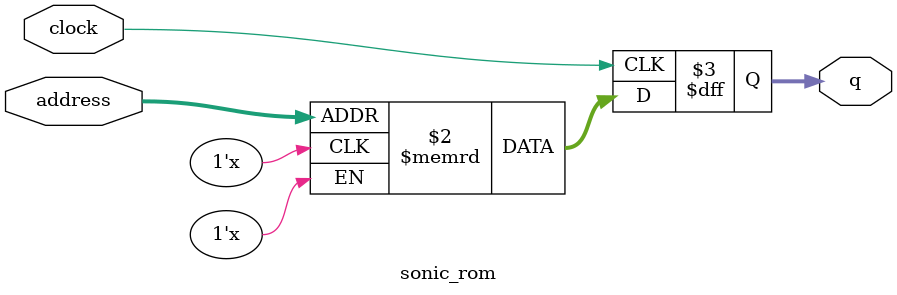
<source format=sv>
module sonic_rom (
	input logic clock,
	input logic [11:0] address,
	output logic [3:0] q
);

logic [3:0] memory [0:4095] /* synthesis ram_init_file = "./sonic/sonic.mif" */;

always_ff @ (posedge clock) begin
	q <= memory[address];
end

endmodule

</source>
